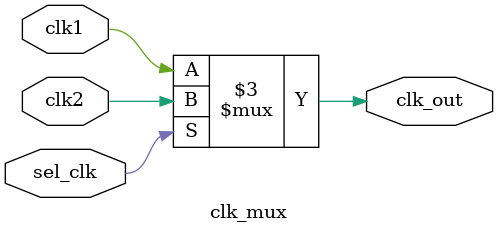
<source format=v>

module clk_mux(clk1, clk2, sel_clk, clk_out);
input clk1, clk2;
input sel_clk;
output reg clk_out;

always @(clk1 or clk2)
begin
   if(sel_clk)
	clk_out = clk2;
   else
	clk_out = clk1;
end
endmodule

</source>
